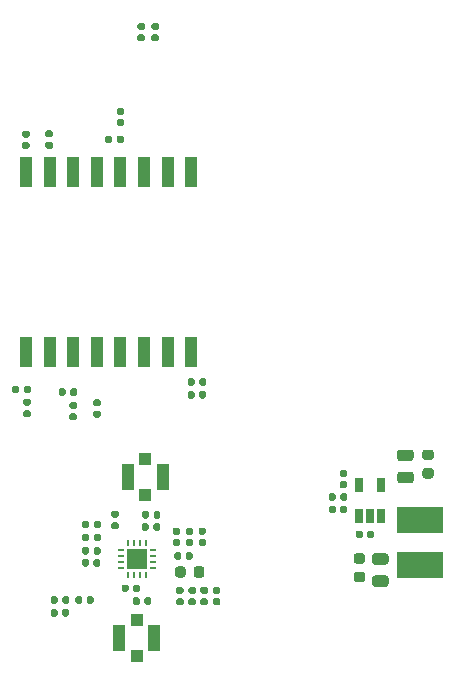
<source format=gtp>
G04 #@! TF.GenerationSoftware,KiCad,Pcbnew,(5.1.10)-1*
G04 #@! TF.CreationDate,2021-10-05T13:08:05+05:30*
G04 #@! TF.ProjectId,P-1000072_Cicada Wi-Fi,502d3130-3030-4303-9732-5f4369636164,0.1*
G04 #@! TF.SameCoordinates,PX7cee6c0PY3dfd240*
G04 #@! TF.FileFunction,Paste,Top*
G04 #@! TF.FilePolarity,Positive*
%FSLAX46Y46*%
G04 Gerber Fmt 4.6, Leading zero omitted, Abs format (unit mm)*
G04 Created by KiCad (PCBNEW (5.1.10)-1) date 2021-10-05 13:08:05*
%MOMM*%
%LPD*%
G01*
G04 APERTURE LIST*
%ADD10R,1.800000X1.800000*%
%ADD11R,0.250000X0.500000*%
%ADD12R,0.500000X0.250000*%
%ADD13R,1.050000X2.200000*%
%ADD14R,1.000000X1.000000*%
%ADD15R,1.100000X2.600000*%
%ADD16R,3.900000X2.200000*%
%ADD17R,0.650000X1.220000*%
G04 APERTURE END LIST*
G36*
G01*
X-3017740Y-52834900D02*
X-3362740Y-52834900D01*
G75*
G02*
X-3510240Y-52687400I0J147500D01*
G01*
X-3510240Y-52392400D01*
G75*
G02*
X-3362740Y-52244900I147500J0D01*
G01*
X-3017740Y-52244900D01*
G75*
G02*
X-2870240Y-52392400I0J-147500D01*
G01*
X-2870240Y-52687400D01*
G75*
G02*
X-3017740Y-52834900I-147500J0D01*
G01*
G37*
G36*
G01*
X-3017740Y-53804900D02*
X-3362740Y-53804900D01*
G75*
G02*
X-3510240Y-53657400I0J147500D01*
G01*
X-3510240Y-53362400D01*
G75*
G02*
X-3362740Y-53214900I147500J0D01*
G01*
X-3017740Y-53214900D01*
G75*
G02*
X-2870240Y-53362400I0J-147500D01*
G01*
X-2870240Y-53657400D01*
G75*
G02*
X-3017740Y-53804900I-147500J0D01*
G01*
G37*
D10*
X-6837680Y-49880520D03*
D11*
X-6087680Y-48530520D03*
X-6587680Y-48530520D03*
X-7587680Y-51230520D03*
D12*
X-8187680Y-49630520D03*
D11*
X-7587680Y-48530520D03*
D12*
X-5487680Y-49130520D03*
X-8187680Y-50630520D03*
D11*
X-7087680Y-48530520D03*
D12*
X-8187680Y-50130520D03*
X-8187680Y-49130520D03*
D11*
X-7087680Y-51230520D03*
D12*
X-5487680Y-50630520D03*
X-5487680Y-50130520D03*
X-5487680Y-49630520D03*
D11*
X-6087680Y-51230520D03*
X-6587680Y-51230520D03*
G36*
G01*
X-10890880Y-50022980D02*
X-10890880Y-50367980D01*
G75*
G02*
X-11038380Y-50515480I-147500J0D01*
G01*
X-11333380Y-50515480D01*
G75*
G02*
X-11480880Y-50367980I0J147500D01*
G01*
X-11480880Y-50022980D01*
G75*
G02*
X-11333380Y-49875480I147500J0D01*
G01*
X-11038380Y-49875480D01*
G75*
G02*
X-10890880Y-50022980I0J-147500D01*
G01*
G37*
G36*
G01*
X-9920880Y-50022980D02*
X-9920880Y-50367980D01*
G75*
G02*
X-10068380Y-50515480I-147500J0D01*
G01*
X-10363380Y-50515480D01*
G75*
G02*
X-10510880Y-50367980I0J147500D01*
G01*
X-10510880Y-50022980D01*
G75*
G02*
X-10363380Y-49875480I147500J0D01*
G01*
X-10068380Y-49875480D01*
G75*
G02*
X-9920880Y-50022980I0J-147500D01*
G01*
G37*
G36*
G01*
X-970500Y-52830100D02*
X-1315500Y-52830100D01*
G75*
G02*
X-1463000Y-52682600I0J147500D01*
G01*
X-1463000Y-52387600D01*
G75*
G02*
X-1315500Y-52240100I147500J0D01*
G01*
X-970500Y-52240100D01*
G75*
G02*
X-823000Y-52387600I0J-147500D01*
G01*
X-823000Y-52682600D01*
G75*
G02*
X-970500Y-52830100I-147500J0D01*
G01*
G37*
G36*
G01*
X-970500Y-53800100D02*
X-1315500Y-53800100D01*
G75*
G02*
X-1463000Y-53652600I0J147500D01*
G01*
X-1463000Y-53357600D01*
G75*
G02*
X-1315500Y-53210100I147500J0D01*
G01*
X-970500Y-53210100D01*
G75*
G02*
X-823000Y-53357600I0J-147500D01*
G01*
X-823000Y-53652600D01*
G75*
G02*
X-970500Y-53800100I-147500J0D01*
G01*
G37*
G36*
G01*
X-11452500Y-53157340D02*
X-11452500Y-53502340D01*
G75*
G02*
X-11600000Y-53649840I-147500J0D01*
G01*
X-11895000Y-53649840D01*
G75*
G02*
X-12042500Y-53502340I0J147500D01*
G01*
X-12042500Y-53157340D01*
G75*
G02*
X-11895000Y-53009840I147500J0D01*
G01*
X-11600000Y-53009840D01*
G75*
G02*
X-11452500Y-53157340I0J-147500D01*
G01*
G37*
G36*
G01*
X-10482500Y-53157340D02*
X-10482500Y-53502340D01*
G75*
G02*
X-10630000Y-53649840I-147500J0D01*
G01*
X-10925000Y-53649840D01*
G75*
G02*
X-11072500Y-53502340I0J147500D01*
G01*
X-11072500Y-53157340D01*
G75*
G02*
X-10925000Y-53009840I147500J0D01*
G01*
X-10630000Y-53009840D01*
G75*
G02*
X-10482500Y-53157340I0J-147500D01*
G01*
G37*
G36*
G01*
X-16413260Y-14581500D02*
X-16068260Y-14581500D01*
G75*
G02*
X-15920760Y-14729000I0J-147500D01*
G01*
X-15920760Y-15024000D01*
G75*
G02*
X-16068260Y-15171500I-147500J0D01*
G01*
X-16413260Y-15171500D01*
G75*
G02*
X-16560760Y-15024000I0J147500D01*
G01*
X-16560760Y-14729000D01*
G75*
G02*
X-16413260Y-14581500I147500J0D01*
G01*
G37*
G36*
G01*
X-16413260Y-13611500D02*
X-16068260Y-13611500D01*
G75*
G02*
X-15920760Y-13759000I0J-147500D01*
G01*
X-15920760Y-14054000D01*
G75*
G02*
X-16068260Y-14201500I-147500J0D01*
G01*
X-16413260Y-14201500D01*
G75*
G02*
X-16560760Y-14054000I0J147500D01*
G01*
X-16560760Y-13759000D01*
G75*
G02*
X-16413260Y-13611500I147500J0D01*
G01*
G37*
G36*
G01*
X-14424440Y-14546220D02*
X-14079440Y-14546220D01*
G75*
G02*
X-13931940Y-14693720I0J-147500D01*
G01*
X-13931940Y-14988720D01*
G75*
G02*
X-14079440Y-15136220I-147500J0D01*
G01*
X-14424440Y-15136220D01*
G75*
G02*
X-14571940Y-14988720I0J147500D01*
G01*
X-14571940Y-14693720D01*
G75*
G02*
X-14424440Y-14546220I147500J0D01*
G01*
G37*
G36*
G01*
X-14424440Y-13576220D02*
X-14079440Y-13576220D01*
G75*
G02*
X-13931940Y-13723720I0J-147500D01*
G01*
X-13931940Y-14018720D01*
G75*
G02*
X-14079440Y-14166220I-147500J0D01*
G01*
X-14424440Y-14166220D01*
G75*
G02*
X-14571940Y-14018720I0J147500D01*
G01*
X-14571940Y-13723720D01*
G75*
G02*
X-14424440Y-13576220I147500J0D01*
G01*
G37*
G36*
G01*
X-10390920Y-37322120D02*
X-10045920Y-37322120D01*
G75*
G02*
X-9898420Y-37469620I0J-147500D01*
G01*
X-9898420Y-37764620D01*
G75*
G02*
X-10045920Y-37912120I-147500J0D01*
G01*
X-10390920Y-37912120D01*
G75*
G02*
X-10538420Y-37764620I0J147500D01*
G01*
X-10538420Y-37469620D01*
G75*
G02*
X-10390920Y-37322120I147500J0D01*
G01*
G37*
G36*
G01*
X-10390920Y-36352120D02*
X-10045920Y-36352120D01*
G75*
G02*
X-9898420Y-36499620I0J-147500D01*
G01*
X-9898420Y-36794620D01*
G75*
G02*
X-10045920Y-36942120I-147500J0D01*
G01*
X-10390920Y-36942120D01*
G75*
G02*
X-10538420Y-36794620I0J147500D01*
G01*
X-10538420Y-36499620D01*
G75*
G02*
X-10390920Y-36352120I147500J0D01*
G01*
G37*
G36*
G01*
X-13142320Y-53507420D02*
X-13142320Y-53162420D01*
G75*
G02*
X-12994820Y-53014920I147500J0D01*
G01*
X-12699820Y-53014920D01*
G75*
G02*
X-12552320Y-53162420I0J-147500D01*
G01*
X-12552320Y-53507420D01*
G75*
G02*
X-12699820Y-53654920I-147500J0D01*
G01*
X-12994820Y-53654920D01*
G75*
G02*
X-13142320Y-53507420I0J147500D01*
G01*
G37*
G36*
G01*
X-14112320Y-53507420D02*
X-14112320Y-53162420D01*
G75*
G02*
X-13964820Y-53014920I147500J0D01*
G01*
X-13669820Y-53014920D01*
G75*
G02*
X-13522320Y-53162420I0J-147500D01*
G01*
X-13522320Y-53507420D01*
G75*
G02*
X-13669820Y-53654920I-147500J0D01*
G01*
X-13964820Y-53654920D01*
G75*
G02*
X-14112320Y-53507420I0J147500D01*
G01*
G37*
G36*
G01*
X-5803400Y-45958980D02*
X-5803400Y-46303980D01*
G75*
G02*
X-5950900Y-46451480I-147500J0D01*
G01*
X-6245900Y-46451480D01*
G75*
G02*
X-6393400Y-46303980I0J147500D01*
G01*
X-6393400Y-45958980D01*
G75*
G02*
X-6245900Y-45811480I147500J0D01*
G01*
X-5950900Y-45811480D01*
G75*
G02*
X-5803400Y-45958980I0J-147500D01*
G01*
G37*
G36*
G01*
X-4833400Y-45958980D02*
X-4833400Y-46303980D01*
G75*
G02*
X-4980900Y-46451480I-147500J0D01*
G01*
X-5275900Y-46451480D01*
G75*
G02*
X-5423400Y-46303980I0J147500D01*
G01*
X-5423400Y-45958980D01*
G75*
G02*
X-5275900Y-45811480I147500J0D01*
G01*
X-4980900Y-45811480D01*
G75*
G02*
X-4833400Y-45958980I0J-147500D01*
G01*
G37*
G36*
G01*
X-8397020Y-12651380D02*
X-8052020Y-12651380D01*
G75*
G02*
X-7904520Y-12798880I0J-147500D01*
G01*
X-7904520Y-13093880D01*
G75*
G02*
X-8052020Y-13241380I-147500J0D01*
G01*
X-8397020Y-13241380D01*
G75*
G02*
X-8544520Y-13093880I0J147500D01*
G01*
X-8544520Y-12798880D01*
G75*
G02*
X-8397020Y-12651380I147500J0D01*
G01*
G37*
G36*
G01*
X-8397020Y-11681380D02*
X-8052020Y-11681380D01*
G75*
G02*
X-7904520Y-11828880I0J-147500D01*
G01*
X-7904520Y-12123880D01*
G75*
G02*
X-8052020Y-12271380I-147500J0D01*
G01*
X-8397020Y-12271380D01*
G75*
G02*
X-8544520Y-12123880I0J147500D01*
G01*
X-8544520Y-11828880D01*
G75*
G02*
X-8397020Y-11681380I147500J0D01*
G01*
G37*
G36*
G01*
X-15948880Y-36899220D02*
X-16293880Y-36899220D01*
G75*
G02*
X-16441380Y-36751720I0J147500D01*
G01*
X-16441380Y-36456720D01*
G75*
G02*
X-16293880Y-36309220I147500J0D01*
G01*
X-15948880Y-36309220D01*
G75*
G02*
X-15801380Y-36456720I0J-147500D01*
G01*
X-15801380Y-36751720D01*
G75*
G02*
X-15948880Y-36899220I-147500J0D01*
G01*
G37*
G36*
G01*
X-15948880Y-37869220D02*
X-16293880Y-37869220D01*
G75*
G02*
X-16441380Y-37721720I0J147500D01*
G01*
X-16441380Y-37426720D01*
G75*
G02*
X-16293880Y-37279220I147500J0D01*
G01*
X-15948880Y-37279220D01*
G75*
G02*
X-15801380Y-37426720I0J-147500D01*
G01*
X-15801380Y-37721720D01*
G75*
G02*
X-15948880Y-37869220I-147500J0D01*
G01*
G37*
G36*
G01*
X-12397520Y-37543380D02*
X-12052520Y-37543380D01*
G75*
G02*
X-11905020Y-37690880I0J-147500D01*
G01*
X-11905020Y-37985880D01*
G75*
G02*
X-12052520Y-38133380I-147500J0D01*
G01*
X-12397520Y-38133380D01*
G75*
G02*
X-12545020Y-37985880I0J147500D01*
G01*
X-12545020Y-37690880D01*
G75*
G02*
X-12397520Y-37543380I147500J0D01*
G01*
G37*
G36*
G01*
X-12397520Y-36573380D02*
X-12052520Y-36573380D01*
G75*
G02*
X-11905020Y-36720880I0J-147500D01*
G01*
X-11905020Y-37015880D01*
G75*
G02*
X-12052520Y-37163380I-147500J0D01*
G01*
X-12397520Y-37163380D01*
G75*
G02*
X-12545020Y-37015880I0J147500D01*
G01*
X-12545020Y-36720880D01*
G75*
G02*
X-12397520Y-36573380I147500J0D01*
G01*
G37*
G36*
G01*
X-8542660Y-14515880D02*
X-8542660Y-14170880D01*
G75*
G02*
X-8395160Y-14023380I147500J0D01*
G01*
X-8100160Y-14023380D01*
G75*
G02*
X-7952660Y-14170880I0J-147500D01*
G01*
X-7952660Y-14515880D01*
G75*
G02*
X-8100160Y-14663380I-147500J0D01*
G01*
X-8395160Y-14663380D01*
G75*
G02*
X-8542660Y-14515880I0J147500D01*
G01*
G37*
G36*
G01*
X-9512660Y-14515880D02*
X-9512660Y-14170880D01*
G75*
G02*
X-9365160Y-14023380I147500J0D01*
G01*
X-9070160Y-14023380D01*
G75*
G02*
X-8922660Y-14170880I0J-147500D01*
G01*
X-8922660Y-14515880D01*
G75*
G02*
X-9070160Y-14663380I-147500J0D01*
G01*
X-9365160Y-14663380D01*
G75*
G02*
X-9512660Y-14515880I0J147500D01*
G01*
G37*
G36*
G01*
X-1935120Y-35796440D02*
X-1935120Y-36141440D01*
G75*
G02*
X-2082620Y-36288940I-147500J0D01*
G01*
X-2377620Y-36288940D01*
G75*
G02*
X-2525120Y-36141440I0J147500D01*
G01*
X-2525120Y-35796440D01*
G75*
G02*
X-2377620Y-35648940I147500J0D01*
G01*
X-2082620Y-35648940D01*
G75*
G02*
X-1935120Y-35796440I0J-147500D01*
G01*
G37*
G36*
G01*
X-965120Y-35796440D02*
X-965120Y-36141440D01*
G75*
G02*
X-1112620Y-36288940I-147500J0D01*
G01*
X-1407620Y-36288940D01*
G75*
G02*
X-1555120Y-36141440I0J147500D01*
G01*
X-1555120Y-35796440D01*
G75*
G02*
X-1407620Y-35648940I147500J0D01*
G01*
X-1112620Y-35648940D01*
G75*
G02*
X-965120Y-35796440I0J-147500D01*
G01*
G37*
G36*
G01*
X-1935120Y-34724560D02*
X-1935120Y-35069560D01*
G75*
G02*
X-2082620Y-35217060I-147500J0D01*
G01*
X-2377620Y-35217060D01*
G75*
G02*
X-2525120Y-35069560I0J147500D01*
G01*
X-2525120Y-34724560D01*
G75*
G02*
X-2377620Y-34577060I147500J0D01*
G01*
X-2082620Y-34577060D01*
G75*
G02*
X-1935120Y-34724560I0J-147500D01*
G01*
G37*
G36*
G01*
X-965120Y-34724560D02*
X-965120Y-35069560D01*
G75*
G02*
X-1112620Y-35217060I-147500J0D01*
G01*
X-1407620Y-35217060D01*
G75*
G02*
X-1555120Y-35069560I0J147500D01*
G01*
X-1555120Y-34724560D01*
G75*
G02*
X-1407620Y-34577060I147500J0D01*
G01*
X-1112620Y-34577060D01*
G75*
G02*
X-965120Y-34724560I0J-147500D01*
G01*
G37*
G36*
G01*
X-16411300Y-35679160D02*
X-16411300Y-35334160D01*
G75*
G02*
X-16263800Y-35186660I147500J0D01*
G01*
X-15968800Y-35186660D01*
G75*
G02*
X-15821300Y-35334160I0J-147500D01*
G01*
X-15821300Y-35679160D01*
G75*
G02*
X-15968800Y-35826660I-147500J0D01*
G01*
X-16263800Y-35826660D01*
G75*
G02*
X-16411300Y-35679160I0J147500D01*
G01*
G37*
G36*
G01*
X-17381300Y-35679160D02*
X-17381300Y-35334160D01*
G75*
G02*
X-17233800Y-35186660I147500J0D01*
G01*
X-16938800Y-35186660D01*
G75*
G02*
X-16791300Y-35334160I0J-147500D01*
G01*
X-16791300Y-35679160D01*
G75*
G02*
X-16938800Y-35826660I-147500J0D01*
G01*
X-17233800Y-35826660D01*
G75*
G02*
X-17381300Y-35679160I0J147500D01*
G01*
G37*
G36*
G01*
X-12479380Y-35920460D02*
X-12479380Y-35575460D01*
G75*
G02*
X-12331880Y-35427960I147500J0D01*
G01*
X-12036880Y-35427960D01*
G75*
G02*
X-11889380Y-35575460I0J-147500D01*
G01*
X-11889380Y-35920460D01*
G75*
G02*
X-12036880Y-36067960I-147500J0D01*
G01*
X-12331880Y-36067960D01*
G75*
G02*
X-12479380Y-35920460I0J147500D01*
G01*
G37*
G36*
G01*
X-13449380Y-35920460D02*
X-13449380Y-35575460D01*
G75*
G02*
X-13301880Y-35427960I147500J0D01*
G01*
X-13006880Y-35427960D01*
G75*
G02*
X-12859380Y-35575460I0J-147500D01*
G01*
X-12859380Y-35920460D01*
G75*
G02*
X-13006880Y-36067960I-147500J0D01*
G01*
X-13301880Y-36067960D01*
G75*
G02*
X-13449380Y-35920460I0J147500D01*
G01*
G37*
D13*
X-5377920Y-56579900D03*
X-8327920Y-56579900D03*
D14*
X-6852920Y-58079900D03*
X-6852920Y-55079900D03*
G36*
G01*
X-2004680Y-51228970D02*
X-2004680Y-50716470D01*
G75*
G02*
X-1785930Y-50497720I218750J0D01*
G01*
X-1348430Y-50497720D01*
G75*
G02*
X-1129680Y-50716470I0J-218750D01*
G01*
X-1129680Y-51228970D01*
G75*
G02*
X-1348430Y-51447720I-218750J0D01*
G01*
X-1785930Y-51447720D01*
G75*
G02*
X-2004680Y-51228970I0J218750D01*
G01*
G37*
G36*
G01*
X-3579680Y-51228970D02*
X-3579680Y-50716470D01*
G75*
G02*
X-3360930Y-50497720I218750J0D01*
G01*
X-2923430Y-50497720D01*
G75*
G02*
X-2704680Y-50716470I0J-218750D01*
G01*
X-2704680Y-51228970D01*
G75*
G02*
X-2923430Y-51447720I-218750J0D01*
G01*
X-3360930Y-51447720D01*
G75*
G02*
X-3579680Y-51228970I0J218750D01*
G01*
G37*
G36*
G01*
X-3080380Y-49443860D02*
X-3080380Y-49788860D01*
G75*
G02*
X-3227880Y-49936360I-147500J0D01*
G01*
X-3522880Y-49936360D01*
G75*
G02*
X-3670380Y-49788860I0J147500D01*
G01*
X-3670380Y-49443860D01*
G75*
G02*
X-3522880Y-49296360I147500J0D01*
G01*
X-3227880Y-49296360D01*
G75*
G02*
X-3080380Y-49443860I0J-147500D01*
G01*
G37*
G36*
G01*
X-2110380Y-49443860D02*
X-2110380Y-49788860D01*
G75*
G02*
X-2257880Y-49936360I-147500J0D01*
G01*
X-2552880Y-49936360D01*
G75*
G02*
X-2700380Y-49788860I0J147500D01*
G01*
X-2700380Y-49443860D01*
G75*
G02*
X-2552880Y-49296360I147500J0D01*
G01*
X-2257880Y-49296360D01*
G75*
G02*
X-2110380Y-49443860I0J-147500D01*
G01*
G37*
G36*
G01*
X-10475320Y-47129480D02*
X-10475320Y-46784480D01*
G75*
G02*
X-10327820Y-46636980I147500J0D01*
G01*
X-10032820Y-46636980D01*
G75*
G02*
X-9885320Y-46784480I0J-147500D01*
G01*
X-9885320Y-47129480D01*
G75*
G02*
X-10032820Y-47276980I-147500J0D01*
G01*
X-10327820Y-47276980D01*
G75*
G02*
X-10475320Y-47129480I0J147500D01*
G01*
G37*
G36*
G01*
X-11445320Y-47129480D02*
X-11445320Y-46784480D01*
G75*
G02*
X-11297820Y-46636980I147500J0D01*
G01*
X-11002820Y-46636980D01*
G75*
G02*
X-10855320Y-46784480I0J-147500D01*
G01*
X-10855320Y-47129480D01*
G75*
G02*
X-11002820Y-47276980I-147500J0D01*
G01*
X-11297820Y-47276980D01*
G75*
G02*
X-11445320Y-47129480I0J147500D01*
G01*
G37*
G36*
G01*
X91220Y-52830100D02*
X-253780Y-52830100D01*
G75*
G02*
X-401280Y-52682600I0J147500D01*
G01*
X-401280Y-52387600D01*
G75*
G02*
X-253780Y-52240100I147500J0D01*
G01*
X91220Y-52240100D01*
G75*
G02*
X238720Y-52387600I0J-147500D01*
G01*
X238720Y-52682600D01*
G75*
G02*
X91220Y-52830100I-147500J0D01*
G01*
G37*
G36*
G01*
X91220Y-53800100D02*
X-253780Y-53800100D01*
G75*
G02*
X-401280Y-53652600I0J147500D01*
G01*
X-401280Y-53357600D01*
G75*
G02*
X-253780Y-53210100I147500J0D01*
G01*
X91220Y-53210100D01*
G75*
G02*
X238720Y-53357600I0J-147500D01*
G01*
X238720Y-53652600D01*
G75*
G02*
X91220Y-53800100I-147500J0D01*
G01*
G37*
G36*
G01*
X-1981420Y-52835180D02*
X-2326420Y-52835180D01*
G75*
G02*
X-2473920Y-52687680I0J147500D01*
G01*
X-2473920Y-52392680D01*
G75*
G02*
X-2326420Y-52245180I147500J0D01*
G01*
X-1981420Y-52245180D01*
G75*
G02*
X-1833920Y-52392680I0J-147500D01*
G01*
X-1833920Y-52687680D01*
G75*
G02*
X-1981420Y-52835180I-147500J0D01*
G01*
G37*
G36*
G01*
X-1981420Y-53805180D02*
X-2326420Y-53805180D01*
G75*
G02*
X-2473920Y-53657680I0J147500D01*
G01*
X-2473920Y-53362680D01*
G75*
G02*
X-2326420Y-53215180I147500J0D01*
G01*
X-1981420Y-53215180D01*
G75*
G02*
X-1833920Y-53362680I0J-147500D01*
G01*
X-1833920Y-53657680D01*
G75*
G02*
X-1981420Y-53805180I-147500J0D01*
G01*
G37*
G36*
G01*
X-3659920Y-48185980D02*
X-3314920Y-48185980D01*
G75*
G02*
X-3167420Y-48333480I0J-147500D01*
G01*
X-3167420Y-48628480D01*
G75*
G02*
X-3314920Y-48775980I-147500J0D01*
G01*
X-3659920Y-48775980D01*
G75*
G02*
X-3807420Y-48628480I0J147500D01*
G01*
X-3807420Y-48333480D01*
G75*
G02*
X-3659920Y-48185980I147500J0D01*
G01*
G37*
G36*
G01*
X-3659920Y-47215980D02*
X-3314920Y-47215980D01*
G75*
G02*
X-3167420Y-47363480I0J-147500D01*
G01*
X-3167420Y-47658480D01*
G75*
G02*
X-3314920Y-47805980I-147500J0D01*
G01*
X-3659920Y-47805980D01*
G75*
G02*
X-3807420Y-47658480I0J147500D01*
G01*
X-3807420Y-47363480D01*
G75*
G02*
X-3659920Y-47215980I147500J0D01*
G01*
G37*
G36*
G01*
X-2549940Y-48180620D02*
X-2204940Y-48180620D01*
G75*
G02*
X-2057440Y-48328120I0J-147500D01*
G01*
X-2057440Y-48623120D01*
G75*
G02*
X-2204940Y-48770620I-147500J0D01*
G01*
X-2549940Y-48770620D01*
G75*
G02*
X-2697440Y-48623120I0J147500D01*
G01*
X-2697440Y-48328120D01*
G75*
G02*
X-2549940Y-48180620I147500J0D01*
G01*
G37*
G36*
G01*
X-2549940Y-47210620D02*
X-2204940Y-47210620D01*
G75*
G02*
X-2057440Y-47358120I0J-147500D01*
G01*
X-2057440Y-47653120D01*
G75*
G02*
X-2204940Y-47800620I-147500J0D01*
G01*
X-2549940Y-47800620D01*
G75*
G02*
X-2697440Y-47653120I0J147500D01*
G01*
X-2697440Y-47358120D01*
G75*
G02*
X-2549940Y-47210620I147500J0D01*
G01*
G37*
G36*
G01*
X-1462820Y-48183440D02*
X-1117820Y-48183440D01*
G75*
G02*
X-970320Y-48330940I0J-147500D01*
G01*
X-970320Y-48625940D01*
G75*
G02*
X-1117820Y-48773440I-147500J0D01*
G01*
X-1462820Y-48773440D01*
G75*
G02*
X-1610320Y-48625940I0J147500D01*
G01*
X-1610320Y-48330940D01*
G75*
G02*
X-1462820Y-48183440I147500J0D01*
G01*
G37*
G36*
G01*
X-1462820Y-47213440D02*
X-1117820Y-47213440D01*
G75*
G02*
X-970320Y-47360940I0J-147500D01*
G01*
X-970320Y-47655940D01*
G75*
G02*
X-1117820Y-47803440I-147500J0D01*
G01*
X-1462820Y-47803440D01*
G75*
G02*
X-1610320Y-47655940I0J147500D01*
G01*
X-1610320Y-47360940D01*
G75*
G02*
X-1462820Y-47213440I147500J0D01*
G01*
G37*
G36*
G01*
X-10881000Y-49004440D02*
X-10881000Y-49349440D01*
G75*
G02*
X-11028500Y-49496940I-147500J0D01*
G01*
X-11323500Y-49496940D01*
G75*
G02*
X-11471000Y-49349440I0J147500D01*
G01*
X-11471000Y-49004440D01*
G75*
G02*
X-11323500Y-48856940I147500J0D01*
G01*
X-11028500Y-48856940D01*
G75*
G02*
X-10881000Y-49004440I0J-147500D01*
G01*
G37*
G36*
G01*
X-9911000Y-49004440D02*
X-9911000Y-49349440D01*
G75*
G02*
X-10058500Y-49496940I-147500J0D01*
G01*
X-10353500Y-49496940D01*
G75*
G02*
X-10501000Y-49349440I0J147500D01*
G01*
X-10501000Y-49004440D01*
G75*
G02*
X-10353500Y-48856940I147500J0D01*
G01*
X-10058500Y-48856940D01*
G75*
G02*
X-9911000Y-49004440I0J-147500D01*
G01*
G37*
G36*
G01*
X-10865760Y-47891920D02*
X-10865760Y-48236920D01*
G75*
G02*
X-11013260Y-48384420I-147500J0D01*
G01*
X-11308260Y-48384420D01*
G75*
G02*
X-11455760Y-48236920I0J147500D01*
G01*
X-11455760Y-47891920D01*
G75*
G02*
X-11308260Y-47744420I147500J0D01*
G01*
X-11013260Y-47744420D01*
G75*
G02*
X-10865760Y-47891920I0J-147500D01*
G01*
G37*
G36*
G01*
X-9895760Y-47891920D02*
X-9895760Y-48236920D01*
G75*
G02*
X-10043260Y-48384420I-147500J0D01*
G01*
X-10338260Y-48384420D01*
G75*
G02*
X-10485760Y-48236920I0J147500D01*
G01*
X-10485760Y-47891920D01*
G75*
G02*
X-10338260Y-47744420I147500J0D01*
G01*
X-10043260Y-47744420D01*
G75*
G02*
X-9895760Y-47891920I0J-147500D01*
G01*
G37*
G36*
G01*
X-8856760Y-46750600D02*
X-8511760Y-46750600D01*
G75*
G02*
X-8364260Y-46898100I0J-147500D01*
G01*
X-8364260Y-47193100D01*
G75*
G02*
X-8511760Y-47340600I-147500J0D01*
G01*
X-8856760Y-47340600D01*
G75*
G02*
X-9004260Y-47193100I0J147500D01*
G01*
X-9004260Y-46898100D01*
G75*
G02*
X-8856760Y-46750600I147500J0D01*
G01*
G37*
G36*
G01*
X-8856760Y-45780600D02*
X-8511760Y-45780600D01*
G75*
G02*
X-8364260Y-45928100I0J-147500D01*
G01*
X-8364260Y-46223100D01*
G75*
G02*
X-8511760Y-46370600I-147500J0D01*
G01*
X-8856760Y-46370600D01*
G75*
G02*
X-9004260Y-46223100I0J147500D01*
G01*
X-9004260Y-45928100D01*
G75*
G02*
X-8856760Y-45780600I147500J0D01*
G01*
G37*
D15*
X-14220000Y-17110000D03*
X-12220000Y-17110000D03*
X-6220000Y-17110000D03*
X-4220000Y-32310000D03*
X-4220000Y-17110000D03*
X-2220000Y-32310000D03*
X-12220000Y-32310000D03*
X-16220000Y-17110000D03*
X-8220000Y-32310000D03*
X-10220000Y-17110000D03*
X-8220000Y-17110000D03*
X-6220000Y-32310000D03*
X-10220000Y-32310000D03*
X-2220000Y-17110000D03*
X-14220000Y-32310000D03*
X-16220000Y-32310000D03*
D16*
X17101820Y-50401380D03*
X17101820Y-46601380D03*
D13*
X-7583700Y-42942380D03*
X-4633700Y-42942380D03*
D14*
X-6108700Y-41442380D03*
X-6108700Y-44442380D03*
D17*
X11976020Y-43616880D03*
X13876020Y-43616880D03*
X13876020Y-46236880D03*
X12926020Y-46236880D03*
X11976020Y-46236880D03*
G36*
G01*
X10827800Y-42923820D02*
X10482800Y-42923820D01*
G75*
G02*
X10335300Y-42776320I0J147500D01*
G01*
X10335300Y-42481320D01*
G75*
G02*
X10482800Y-42333820I147500J0D01*
G01*
X10827800Y-42333820D01*
G75*
G02*
X10975300Y-42481320I0J-147500D01*
G01*
X10975300Y-42776320D01*
G75*
G02*
X10827800Y-42923820I-147500J0D01*
G01*
G37*
G36*
G01*
X10827800Y-43893820D02*
X10482800Y-43893820D01*
G75*
G02*
X10335300Y-43746320I0J147500D01*
G01*
X10335300Y-43451320D01*
G75*
G02*
X10482800Y-43303820I147500J0D01*
G01*
X10827800Y-43303820D01*
G75*
G02*
X10975300Y-43451320I0J-147500D01*
G01*
X10975300Y-43746320D01*
G75*
G02*
X10827800Y-43893820I-147500J0D01*
G01*
G37*
G36*
G01*
X10372860Y-44797760D02*
X10372860Y-44452760D01*
G75*
G02*
X10520360Y-44305260I147500J0D01*
G01*
X10815360Y-44305260D01*
G75*
G02*
X10962860Y-44452760I0J-147500D01*
G01*
X10962860Y-44797760D01*
G75*
G02*
X10815360Y-44945260I-147500J0D01*
G01*
X10520360Y-44945260D01*
G75*
G02*
X10372860Y-44797760I0J147500D01*
G01*
G37*
G36*
G01*
X9402860Y-44797760D02*
X9402860Y-44452760D01*
G75*
G02*
X9550360Y-44305260I147500J0D01*
G01*
X9845360Y-44305260D01*
G75*
G02*
X9992860Y-44452760I0J-147500D01*
G01*
X9992860Y-44797760D01*
G75*
G02*
X9845360Y-44945260I-147500J0D01*
G01*
X9550360Y-44945260D01*
G75*
G02*
X9402860Y-44797760I0J147500D01*
G01*
G37*
G36*
G01*
X-13545180Y-54257160D02*
X-13545180Y-54602160D01*
G75*
G02*
X-13692680Y-54749660I-147500J0D01*
G01*
X-13987680Y-54749660D01*
G75*
G02*
X-14135180Y-54602160I0J147500D01*
G01*
X-14135180Y-54257160D01*
G75*
G02*
X-13987680Y-54109660I147500J0D01*
G01*
X-13692680Y-54109660D01*
G75*
G02*
X-13545180Y-54257160I0J-147500D01*
G01*
G37*
G36*
G01*
X-12575180Y-54257160D02*
X-12575180Y-54602160D01*
G75*
G02*
X-12722680Y-54749660I-147500J0D01*
G01*
X-13017680Y-54749660D01*
G75*
G02*
X-13165180Y-54602160I0J147500D01*
G01*
X-13165180Y-54257160D01*
G75*
G02*
X-13017680Y-54109660I147500J0D01*
G01*
X-12722680Y-54109660D01*
G75*
G02*
X-12575180Y-54257160I0J-147500D01*
G01*
G37*
G36*
G01*
X12656460Y-47965140D02*
X12656460Y-47620140D01*
G75*
G02*
X12803960Y-47472640I147500J0D01*
G01*
X13098960Y-47472640D01*
G75*
G02*
X13246460Y-47620140I0J-147500D01*
G01*
X13246460Y-47965140D01*
G75*
G02*
X13098960Y-48112640I-147500J0D01*
G01*
X12803960Y-48112640D01*
G75*
G02*
X12656460Y-47965140I0J147500D01*
G01*
G37*
G36*
G01*
X11686460Y-47965140D02*
X11686460Y-47620140D01*
G75*
G02*
X11833960Y-47472640I147500J0D01*
G01*
X12128960Y-47472640D01*
G75*
G02*
X12276460Y-47620140I0J-147500D01*
G01*
X12276460Y-47965140D01*
G75*
G02*
X12128960Y-48112640I-147500J0D01*
G01*
X11833960Y-48112640D01*
G75*
G02*
X11686460Y-47965140I0J147500D01*
G01*
G37*
G36*
G01*
X-7158080Y-52524440D02*
X-7158080Y-52179440D01*
G75*
G02*
X-7010580Y-52031940I147500J0D01*
G01*
X-6715580Y-52031940D01*
G75*
G02*
X-6568080Y-52179440I0J-147500D01*
G01*
X-6568080Y-52524440D01*
G75*
G02*
X-6715580Y-52671940I-147500J0D01*
G01*
X-7010580Y-52671940D01*
G75*
G02*
X-7158080Y-52524440I0J147500D01*
G01*
G37*
G36*
G01*
X-8128080Y-52524440D02*
X-8128080Y-52179440D01*
G75*
G02*
X-7980580Y-52031940I147500J0D01*
G01*
X-7685580Y-52031940D01*
G75*
G02*
X-7538080Y-52179440I0J-147500D01*
G01*
X-7538080Y-52524440D01*
G75*
G02*
X-7685580Y-52671940I-147500J0D01*
G01*
X-7980580Y-52671940D01*
G75*
G02*
X-8128080Y-52524440I0J147500D01*
G01*
G37*
G36*
G01*
X-6192880Y-53606480D02*
X-6192880Y-53261480D01*
G75*
G02*
X-6045380Y-53113980I147500J0D01*
G01*
X-5750380Y-53113980D01*
G75*
G02*
X-5602880Y-53261480I0J-147500D01*
G01*
X-5602880Y-53606480D01*
G75*
G02*
X-5750380Y-53753980I-147500J0D01*
G01*
X-6045380Y-53753980D01*
G75*
G02*
X-6192880Y-53606480I0J147500D01*
G01*
G37*
G36*
G01*
X-7162880Y-53606480D02*
X-7162880Y-53261480D01*
G75*
G02*
X-7015380Y-53113980I147500J0D01*
G01*
X-6720380Y-53113980D01*
G75*
G02*
X-6572880Y-53261480I0J-147500D01*
G01*
X-6572880Y-53606480D01*
G75*
G02*
X-6720380Y-53753980I-147500J0D01*
G01*
X-7015380Y-53753980D01*
G75*
G02*
X-7162880Y-53606480I0J147500D01*
G01*
G37*
G36*
G01*
X14238290Y-50360400D02*
X13325790Y-50360400D01*
G75*
G02*
X13082040Y-50116650I0J243750D01*
G01*
X13082040Y-49629150D01*
G75*
G02*
X13325790Y-49385400I243750J0D01*
G01*
X14238290Y-49385400D01*
G75*
G02*
X14482040Y-49629150I0J-243750D01*
G01*
X14482040Y-50116650D01*
G75*
G02*
X14238290Y-50360400I-243750J0D01*
G01*
G37*
G36*
G01*
X14238290Y-52235400D02*
X13325790Y-52235400D01*
G75*
G02*
X13082040Y-51991650I0J243750D01*
G01*
X13082040Y-51504150D01*
G75*
G02*
X13325790Y-51260400I243750J0D01*
G01*
X14238290Y-51260400D01*
G75*
G02*
X14482040Y-51504150I0J-243750D01*
G01*
X14482040Y-51991650D01*
G75*
G02*
X14238290Y-52235400I-243750J0D01*
G01*
G37*
G36*
G01*
X12267910Y-50274640D02*
X11755410Y-50274640D01*
G75*
G02*
X11536660Y-50055890I0J218750D01*
G01*
X11536660Y-49618390D01*
G75*
G02*
X11755410Y-49399640I218750J0D01*
G01*
X12267910Y-49399640D01*
G75*
G02*
X12486660Y-49618390I0J-218750D01*
G01*
X12486660Y-50055890D01*
G75*
G02*
X12267910Y-50274640I-218750J0D01*
G01*
G37*
G36*
G01*
X12267910Y-51849640D02*
X11755410Y-51849640D01*
G75*
G02*
X11536660Y-51630890I0J218750D01*
G01*
X11536660Y-51193390D01*
G75*
G02*
X11755410Y-50974640I218750J0D01*
G01*
X12267910Y-50974640D01*
G75*
G02*
X12486660Y-51193390I0J-218750D01*
G01*
X12486660Y-51630890D01*
G75*
G02*
X12267910Y-51849640I-218750J0D01*
G01*
G37*
G36*
G01*
X10383160Y-45851860D02*
X10383160Y-45506860D01*
G75*
G02*
X10530660Y-45359360I147500J0D01*
G01*
X10825660Y-45359360D01*
G75*
G02*
X10973160Y-45506860I0J-147500D01*
G01*
X10973160Y-45851860D01*
G75*
G02*
X10825660Y-45999360I-147500J0D01*
G01*
X10530660Y-45999360D01*
G75*
G02*
X10383160Y-45851860I0J147500D01*
G01*
G37*
G36*
G01*
X9413160Y-45851860D02*
X9413160Y-45506860D01*
G75*
G02*
X9560660Y-45359360I147500J0D01*
G01*
X9855660Y-45359360D01*
G75*
G02*
X10003160Y-45506860I0J-147500D01*
G01*
X10003160Y-45851860D01*
G75*
G02*
X9855660Y-45999360I-147500J0D01*
G01*
X9560660Y-45999360D01*
G75*
G02*
X9413160Y-45851860I0J147500D01*
G01*
G37*
G36*
G01*
X-5433420Y-47335220D02*
X-5433420Y-46990220D01*
G75*
G02*
X-5285920Y-46842720I147500J0D01*
G01*
X-4990920Y-46842720D01*
G75*
G02*
X-4843420Y-46990220I0J-147500D01*
G01*
X-4843420Y-47335220D01*
G75*
G02*
X-4990920Y-47482720I-147500J0D01*
G01*
X-5285920Y-47482720D01*
G75*
G02*
X-5433420Y-47335220I0J147500D01*
G01*
G37*
G36*
G01*
X-6403420Y-47335220D02*
X-6403420Y-46990220D01*
G75*
G02*
X-6255920Y-46842720I147500J0D01*
G01*
X-5960920Y-46842720D01*
G75*
G02*
X-5813420Y-46990220I0J-147500D01*
G01*
X-5813420Y-47335220D01*
G75*
G02*
X-5960920Y-47482720I-147500J0D01*
G01*
X-6255920Y-47482720D01*
G75*
G02*
X-6403420Y-47335220I0J147500D01*
G01*
G37*
G36*
G01*
X15439070Y-42484700D02*
X16351570Y-42484700D01*
G75*
G02*
X16595320Y-42728450I0J-243750D01*
G01*
X16595320Y-43215950D01*
G75*
G02*
X16351570Y-43459700I-243750J0D01*
G01*
X15439070Y-43459700D01*
G75*
G02*
X15195320Y-43215950I0J243750D01*
G01*
X15195320Y-42728450D01*
G75*
G02*
X15439070Y-42484700I243750J0D01*
G01*
G37*
G36*
G01*
X15439070Y-40609700D02*
X16351570Y-40609700D01*
G75*
G02*
X16595320Y-40853450I0J-243750D01*
G01*
X16595320Y-41340950D01*
G75*
G02*
X16351570Y-41584700I-243750J0D01*
G01*
X15439070Y-41584700D01*
G75*
G02*
X15195320Y-41340950I0J243750D01*
G01*
X15195320Y-40853450D01*
G75*
G02*
X15439070Y-40609700I243750J0D01*
G01*
G37*
G36*
G01*
X17564390Y-42188880D02*
X18076890Y-42188880D01*
G75*
G02*
X18295640Y-42407630I0J-218750D01*
G01*
X18295640Y-42845130D01*
G75*
G02*
X18076890Y-43063880I-218750J0D01*
G01*
X17564390Y-43063880D01*
G75*
G02*
X17345640Y-42845130I0J218750D01*
G01*
X17345640Y-42407630D01*
G75*
G02*
X17564390Y-42188880I218750J0D01*
G01*
G37*
G36*
G01*
X17564390Y-40613880D02*
X18076890Y-40613880D01*
G75*
G02*
X18295640Y-40832630I0J-218750D01*
G01*
X18295640Y-41270130D01*
G75*
G02*
X18076890Y-41488880I-218750J0D01*
G01*
X17564390Y-41488880D01*
G75*
G02*
X17345640Y-41270130I0J218750D01*
G01*
X17345640Y-40832630D01*
G75*
G02*
X17564390Y-40613880I218750J0D01*
G01*
G37*
G36*
G01*
X-6304500Y-5083040D02*
X-6649500Y-5083040D01*
G75*
G02*
X-6797000Y-4935540I0J147500D01*
G01*
X-6797000Y-4640540D01*
G75*
G02*
X-6649500Y-4493040I147500J0D01*
G01*
X-6304500Y-4493040D01*
G75*
G02*
X-6157000Y-4640540I0J-147500D01*
G01*
X-6157000Y-4935540D01*
G75*
G02*
X-6304500Y-5083040I-147500J0D01*
G01*
G37*
G36*
G01*
X-6304500Y-6053040D02*
X-6649500Y-6053040D01*
G75*
G02*
X-6797000Y-5905540I0J147500D01*
G01*
X-6797000Y-5610540D01*
G75*
G02*
X-6649500Y-5463040I147500J0D01*
G01*
X-6304500Y-5463040D01*
G75*
G02*
X-6157000Y-5610540I0J-147500D01*
G01*
X-6157000Y-5905540D01*
G75*
G02*
X-6304500Y-6053040I-147500J0D01*
G01*
G37*
G36*
G01*
X-5105620Y-5070480D02*
X-5450620Y-5070480D01*
G75*
G02*
X-5598120Y-4922980I0J147500D01*
G01*
X-5598120Y-4627980D01*
G75*
G02*
X-5450620Y-4480480I147500J0D01*
G01*
X-5105620Y-4480480D01*
G75*
G02*
X-4958120Y-4627980I0J-147500D01*
G01*
X-4958120Y-4922980D01*
G75*
G02*
X-5105620Y-5070480I-147500J0D01*
G01*
G37*
G36*
G01*
X-5105620Y-6040480D02*
X-5450620Y-6040480D01*
G75*
G02*
X-5598120Y-5892980I0J147500D01*
G01*
X-5598120Y-5597980D01*
G75*
G02*
X-5450620Y-5450480I147500J0D01*
G01*
X-5105620Y-5450480D01*
G75*
G02*
X-4958120Y-5597980I0J-147500D01*
G01*
X-4958120Y-5892980D01*
G75*
G02*
X-5105620Y-6040480I-147500J0D01*
G01*
G37*
M02*

</source>
